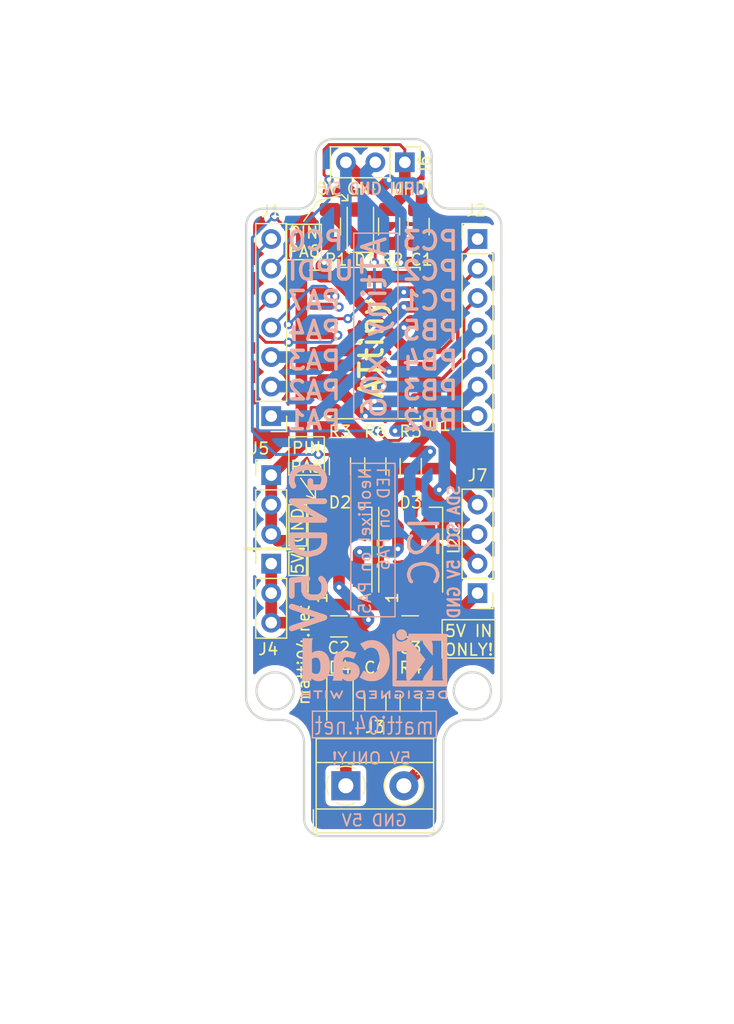
<source format=kicad_pcb>
(kicad_pcb (version 20171130) (host pcbnew "(5.1.9-0-10_14)")
  (layers (0 F.Cu signal) (31 B.Cu signal) (34 B.Paste user) (35 F.Paste user) (36 B.SilkS user) (37 F.SilkS user) (38 B.Mask user) (39 F.Mask user) (44 Edge.Cuts user))
  (net 0 "")
  (net 1 +5V)
  (net 2 GND)
  (net 3 "Net-(D1-Pad1)")
  (net 4 "Net-(D1-Pad2)")
  (net 5 "Net-(D2-Pad4)")
  (net 6 "Net-(D2-Pad2)")
  (net 7 "Net-(D3-Pad2)")
  (net 8 "Net-(D4-Pad1)")
  (net 9 /PC0)
  (net 10 /UPDI)
  (net 11 /PA7)
  (net 12 /PA4)
  (net 13 /PA3)
  (net 14 /PA2)
  (net 15 /PA1)
  (net 16 /PC3)
  (net 17 /PC2)
  (net 18 /PC1)
  (net 19 /PB5)
  (net 20 /PB4)
  (net 21 /PB3)
  (net 22 /PB2)
  (net 23 /SCL)
  (net 24 /SDA)
  (net 25 "Net-(R2-Pad2)")
  (net 26 /NeoPixel)
  (module Symbol:KiCad-Logo2_5mm_SilkScreen (layer B.Cu) (at 138.43 120.396 180)
    (fp_text reference REF** hide)
    (fp_text value KiCad-Logo2_5mm_SilkScreen hide)
  )
  (module Capacitor_SMD:C_1206_3216Metric (layer F.Cu) (at 142.24 82.755 270)
    (fp_text reference C1 (at 2.843 -0.254 180) (layer F.SilkS))
    (fp_text value 0,1µF)
    (pad 1 smd roundrect (at -1.475 0 270) (size 1.15 1.8) (layers F.Cu F.Paste F.Mask) (roundrect_rratio 0.217391) (net 1 +5V))
    (pad 2 smd roundrect (at 1.475 0 270) (size 1.15 1.8) (layers F.Cu F.Paste F.Mask) (roundrect_rratio 0.217391) (net 2 GND))
  )
  (module Capacitor_SMD:C_1206_3216Metric (layer F.Cu) (at 135.36782 117.16004 180)
    (fp_text reference C2 (at 0 -1.85) (layer F.SilkS))
    (fp_text value 0,1µF)
    (pad 2 smd roundrect (at 1.475 0 180) (size 1.15 1.8) (layers F.Cu F.Paste F.Mask) (roundrect_rratio 0.217391) (net 1 +5V))
    (pad 1 smd roundrect (at -1.475 0 180) (size 1.15 1.8) (layers F.Cu F.Paste F.Mask) (roundrect_rratio 0.217391) (net 2 GND))
  )
  (module Capacitor_SMD:C_1206_3216Metric (layer F.Cu) (at 141.51282 117.16004 180)
    (fp_text reference C3 (at 0 -1.85) (layer F.SilkS))
    (fp_text value 0,1µF)
    (pad 1 smd roundrect (at -1.475 0 180) (size 1.15 1.8) (layers F.Cu F.Paste F.Mask) (roundrect_rratio 0.217391) (net 2 GND))
    (pad 2 smd roundrect (at 1.475 0 180) (size 1.15 1.8) (layers F.Cu F.Paste F.Mask) (roundrect_rratio 0.217391) (net 1 +5V))
  )
  (module Capacitor_SMD:C_1206_3216Metric (layer F.Cu) (at 138.51382 123.71504 90)
    (fp_text reference C4 (at 2.999 0 180) (layer F.SilkS))
    (fp_text value 10µF)
    (pad 2 smd roundrect (at 1.475 0 90) (size 1.15 1.8) (layers F.Cu F.Paste F.Mask) (roundrect_rratio 0.217391) (net 2 GND))
    (pad 1 smd roundrect (at -1.475 0 90) (size 1.15 1.8) (layers F.Cu F.Paste F.Mask) (roundrect_rratio 0.217391) (net 1 +5V))
  )
  (module LED_SMD:LED_1206_3216Metric (layer F.Cu) (at 137.2235 82.68 90)
    (fp_text reference D1 (at -2.918 0.4445 180) (layer F.SilkS))
    (fp_text value LED)
    (pad 1 smd roundrect (at -1.4 0 90) (size 1.25 1.75) (layers F.Cu F.Paste F.Mask) (roundrect_rratio 0.2) (net 3 "Net-(D1-Pad1)"))
    (pad 2 smd roundrect (at 1.4 0 90) (size 1.25 1.75) (layers F.Cu F.Paste F.Mask) (roundrect_rratio 0.2) (net 4 "Net-(D1-Pad2)"))
  )
  (module LED_SMD:LED_WS2812B_PLCC4_5.0x5.0mm_P3.2mm (layer F.Cu) (at 135.46582 110.55604 90)
    (fp_text reference D2 (at 4.064 0 180) (layer F.SilkS))
    (fp_text value WS2812B)
    (fp_text user 1 (at -4.15 -1.6 90) (layer F.SilkS))
    (pad 3 smd rect (at 2.45 1.6 90) (size 1.5 1) (layers F.Cu F.Paste F.Mask) (net 2 GND))
    (pad 4 smd rect (at 2.45 -1.6 90) (size 1.5 1) (layers F.Cu F.Paste F.Mask) (net 5 "Net-(D2-Pad4)"))
    (pad 2 smd rect (at -2.45 1.6 90) (size 1.5 1) (layers F.Cu F.Paste F.Mask) (net 6 "Net-(D2-Pad2)"))
    (pad 1 smd rect (at -2.45 -1.6 90) (size 1.5 1) (layers F.Cu F.Paste F.Mask) (net 1 +5V))
  )
  (module LED_SMD:LED_WS2812B_PLCC4_5.0x5.0mm_P3.2mm (layer F.Cu) (at 141.56182 110.55604 90)
    (fp_text reference D3 (at 4.064 0 180) (layer F.SilkS))
    (fp_text value WS2812B)
    (fp_text user 1 (at -4.15 -1.6 90) (layer F.SilkS))
    (pad 1 smd rect (at -2.45 -1.6 90) (size 1.5 1) (layers F.Cu F.Paste F.Mask) (net 1 +5V))
    (pad 2 smd rect (at -2.45 1.6 90) (size 1.5 1) (layers F.Cu F.Paste F.Mask) (net 7 "Net-(D3-Pad2)"))
    (pad 4 smd rect (at 2.45 -1.6 90) (size 1.5 1) (layers F.Cu F.Paste F.Mask) (net 6 "Net-(D2-Pad2)"))
    (pad 3 smd rect (at 2.45 1.6 90) (size 1.5 1) (layers F.Cu F.Paste F.Mask) (net 2 GND))
  )
  (module LED_SMD:LED_1206_3216Metric (layer F.Cu) (at 135.46582 123.64004 270)
    (fp_text reference D4 (at -2.924 0 180) (layer F.SilkS))
    (fp_text value LED)
    (pad 2 smd roundrect (at 1.4 0 270) (size 1.25 1.75) (layers F.Cu F.Paste F.Mask) (roundrect_rratio 0.2) (net 1 +5V))
    (pad 1 smd roundrect (at -1.4 0 270) (size 1.25 1.75) (layers F.Cu F.Paste F.Mask) (roundrect_rratio 0.2) (net 8 "Net-(D4-Pad1)"))
  )
  (module Connector_PinHeader_2.54mm:PinHeader_1x07_P2.54mm_Vertical (layer F.Cu) (at 129.54 99.06 180)
    (fp_text reference J1 (at 0.02794 17.63776) (layer F.SilkS))
    (fp_text value Con_PA)
    (pad 7 thru_hole oval (at 0 15.24 180) (size 1.7 1.7) (drill 1) (layers *.Cu *.Mask) (net 9 /PC0))
    (pad 6 thru_hole oval (at 0 12.7 180) (size 1.7 1.7) (drill 1) (layers *.Cu *.Mask) (net 10 /UPDI))
    (pad 5 thru_hole oval (at 0 10.16 180) (size 1.7 1.7) (drill 1) (layers *.Cu *.Mask) (net 11 /PA7))
    (pad 4 thru_hole oval (at 0 7.62 180) (size 1.7 1.7) (drill 1) (layers *.Cu *.Mask) (net 12 /PA4))
    (pad 3 thru_hole oval (at 0 5.08 180) (size 1.7 1.7) (drill 1) (layers *.Cu *.Mask) (net 13 /PA3))
    (pad 2 thru_hole oval (at 0 2.54 180) (size 1.7 1.7) (drill 1) (layers *.Cu *.Mask) (net 14 /PA2))
    (pad 1 thru_hole rect (at 0 0 180) (size 1.7 1.7) (drill 1) (layers *.Cu *.Mask) (net 15 /PA1))
  )
  (module Connector_PinHeader_2.54mm:PinHeader_1x07_P2.54mm_Vertical (layer F.Cu) (at 147.32 83.82)
    (fp_text reference J2 (at -0.13716 -2.46634) (layer F.SilkS))
    (fp_text value Con_PB)
    (pad 1 thru_hole rect (at 0 0) (size 1.7 1.7) (drill 1) (layers *.Cu *.Mask) (net 16 /PC3))
    (pad 2 thru_hole oval (at 0 2.54) (size 1.7 1.7) (drill 1) (layers *.Cu *.Mask) (net 17 /PC2))
    (pad 3 thru_hole oval (at 0 5.08) (size 1.7 1.7) (drill 1) (layers *.Cu *.Mask) (net 18 /PC1))
    (pad 4 thru_hole oval (at 0 7.62) (size 1.7 1.7) (drill 1) (layers *.Cu *.Mask) (net 19 /PB5))
    (pad 5 thru_hole oval (at 0 10.16) (size 1.7 1.7) (drill 1) (layers *.Cu *.Mask) (net 20 /PB4))
    (pad 6 thru_hole oval (at 0 12.7) (size 1.7 1.7) (drill 1) (layers *.Cu *.Mask) (net 21 /PB3))
    (pad 7 thru_hole oval (at 0 15.24) (size 1.7 1.7) (drill 1) (layers *.Cu *.Mask) (net 22 /PB2))
  )
  (module TerminalBlock_MetzConnect:TerminalBlock_MetzConnect_Type055_RT01502HDWU_1x02_P5.00mm_Horizontal (layer F.Cu) (at 135.97382 130.87604)
    (fp_text reference J3 (at 2.5 -5.06) (layer F.SilkS))
    (fp_text value Screw)
    (pad 1 thru_hole rect (at 0 0) (size 2.5 2.5) (drill 1.3) (layers *.Cu *.Mask) (net 1 +5V))
    (pad 2 thru_hole circle (at 5 0) (size 2.5 2.5) (drill 1.3) (layers *.Cu *.Mask) (net 2 GND))
  )
  (module Connector_PinHeader_2.54mm:PinHeader_1x03_P2.54mm_Vertical (layer F.Cu) (at 129.54 111.76)
    (fp_text reference J4 (at -0.254 7.366) (layer F.SilkS))
    (fp_text value 5V)
    (pad 3 thru_hole oval (at 0 5.08) (size 1.7 1.7) (drill 1) (layers *.Cu *.Mask) (net 1 +5V))
    (pad 2 thru_hole oval (at 0 2.54) (size 1.7 1.7) (drill 1) (layers *.Cu *.Mask) (net 1 +5V))
    (pad 1 thru_hole rect (at 0 0) (size 1.7 1.7) (drill 1) (layers *.Cu *.Mask) (net 1 +5V))
  )
  (module Connector_PinHeader_2.54mm:PinHeader_1x03_P2.54mm_Vertical (layer F.Cu) (at 129.54 104.14)
    (fp_text reference J5 (at -1.016 -2.286) (layer F.SilkS))
    (fp_text value GND)
    (pad 1 thru_hole rect (at 0 0) (size 1.7 1.7) (drill 1) (layers *.Cu *.Mask) (net 2 GND))
    (pad 2 thru_hole oval (at 0 2.54) (size 1.7 1.7) (drill 1) (layers *.Cu *.Mask) (net 2 GND))
    (pad 3 thru_hole oval (at 0 5.08) (size 1.7 1.7) (drill 1) (layers *.Cu *.Mask) (net 2 GND))
  )
  (module Connector_PinHeader_2.54mm:PinHeader_1x03_P2.54mm_Vertical (layer F.Cu) (at 141.05382 77.216 270)
    (fp_text reference J6 (at 0.254 -1.69418 270) (layer F.SilkS))
    (fp_text value UPDI_Programmer)
    (pad 1 thru_hole rect (at 0 0 270) (size 1.7 1.7) (drill 1) (layers *.Cu *.Mask) (net 10 /UPDI))
    (pad 2 thru_hole oval (at 0 2.54 270) (size 1.7 1.7) (drill 1) (layers *.Cu *.Mask) (net 2 GND))
    (pad 3 thru_hole oval (at 0 5.08 270) (size 1.7 1.7) (drill 1) (layers *.Cu *.Mask) (net 1 +5V))
  )
  (module Connector_PinHeader_2.54mm:PinHeader_1x04_P2.54mm_Vertical (layer F.Cu) (at 147.32 114.3 180)
    (fp_text reference J7 (at 0 10.1346) (layer F.SilkS))
    (fp_text value IC2)
    (pad 1 thru_hole rect (at 0 0 180) (size 1.7 1.7) (drill 1) (layers *.Cu *.Mask) (net 2 GND))
    (pad 2 thru_hole oval (at 0 2.54 180) (size 1.7 1.7) (drill 1) (layers *.Cu *.Mask) (net 1 +5V))
    (pad 3 thru_hole oval (at 0 5.08 180) (size 1.7 1.7) (drill 1) (layers *.Cu *.Mask) (net 23 /SCL))
    (pad 4 thru_hole oval (at 0 7.62 180) (size 1.7 1.7) (drill 1) (layers *.Cu *.Mask) (net 24 /SDA))
  )
  (module Resistor_SMD:R_1206_3216Metric (layer F.Cu) (at 134.60222 82.7425 270)
    (fp_text reference R1 (at 2.8555 -0.52578 180) (layer F.SilkS))
    (fp_text value 330Ω)
    (pad 2 smd roundrect (at 1.4625 0 270) (size 1.125 1.75) (layers F.Cu F.Paste F.Mask) (roundrect_rratio 0.222222) (net 2 GND))
    (pad 1 smd roundrect (at -1.4625 0 270) (size 1.125 1.75) (layers F.Cu F.Paste F.Mask) (roundrect_rratio 0.222222) (net 3 "Net-(D1-Pad1)"))
  )
  (module Resistor_SMD:R_1206_3216Metric (layer F.Cu) (at 139.7 82.7425 270)
    (fp_text reference R2 (at 2.8555 -0.254 180) (layer F.SilkS))
    (fp_text value 470Ω)
    (pad 1 smd roundrect (at -1.4625 0 270) (size 1.125 1.75) (layers F.Cu F.Paste F.Mask) (roundrect_rratio 0.222222) (net 10 /UPDI))
    (pad 2 smd roundrect (at 1.4625 0 270) (size 1.125 1.75) (layers F.Cu F.Paste F.Mask) (roundrect_rratio 0.222222) (net 25 "Net-(R2-Pad2)"))
  )
  (module Resistor_SMD:R_1206_3216Metric (layer F.Cu) (at 135.46582 103.38254 90)
    (fp_text reference R3 (at 2.9865 0 180) (layer F.SilkS))
    (fp_text value 330Ω)
    (pad 1 smd roundrect (at -1.4625 0 90) (size 1.125 1.75) (layers F.Cu F.Paste F.Mask) (roundrect_rratio 0.222222) (net 5 "Net-(D2-Pad4)"))
    (pad 2 smd roundrect (at 1.4625 0 90) (size 1.125 1.75) (layers F.Cu F.Paste F.Mask) (roundrect_rratio 0.222222) (net 26 /NeoPixel))
  )
  (module Resistor_SMD:R_1206_3216Metric (layer F.Cu) (at 141.56182 123.76404 90)
    (fp_text reference R4 (at 3.048 0 180) (layer F.SilkS))
    (fp_text value 330Ω)
    (pad 2 smd roundrect (at 1.4625 0 90) (size 1.125 1.75) (layers F.Cu F.Paste F.Mask) (roundrect_rratio 0.222222) (net 2 GND))
    (pad 1 smd roundrect (at -1.4625 0 90) (size 1.125 1.75) (layers F.Cu F.Paste F.Mask) (roundrect_rratio 0.222222) (net 8 "Net-(D4-Pad1)"))
  )
  (module Resistor_SMD:R_1206_3216Metric (layer F.Cu) (at 141.56182 103.44404 90)
    (fp_text reference R5 (at 3.048 0 180) (layer F.SilkS))
    (fp_text value 10kΩ)
    (pad 1 smd roundrect (at -1.4625 0 90) (size 1.125 1.75) (layers F.Cu F.Paste F.Mask) (roundrect_rratio 0.222222) (net 1 +5V))
    (pad 2 smd roundrect (at 1.4625 0 90) (size 1.125 1.75) (layers F.Cu F.Paste F.Mask) (roundrect_rratio 0.222222) (net 23 /SCL))
  )
  (module Resistor_SMD:R_1206_3216Metric (layer F.Cu) (at 138.51382 103.38254 90)
    (fp_text reference R6 (at 2.9865 0 180) (layer F.SilkS))
    (fp_text value 10kΩ)
    (pad 2 smd roundrect (at 1.4625 0 90) (size 1.125 1.75) (layers F.Cu F.Paste F.Mask) (roundrect_rratio 0.222222) (net 24 /SDA))
    (pad 1 smd roundrect (at -1.4625 0 90) (size 1.125 1.75) (layers F.Cu F.Paste F.Mask) (roundrect_rratio 0.222222) (net 1 +5V))
  )
  (module Package_SO:SOIC-20W_7.5x12.8mm_P1.27mm (layer F.Cu) (at 138.51382 92.77604)
    (fp_text reference U1 (at 5.50418 7.04596) (layer F.SilkS))
    (fp_text value ATtiny806)
    (pad 1 smd roundrect (at -4.65 -5.715) (size 2.05 0.6) (layers F.Cu F.Paste F.Mask) (net 1 +5V))
    (pad 2 smd roundrect (at -4.65 -4.445) (size 2.05 0.6) (layers F.Cu F.Paste F.Mask) (net 12 /PA4))
    (pad 3 smd roundrect (at -4.65 -3.175) (size 2.05 0.6) (layers F.Cu F.Paste F.Mask) (net 26 /NeoPixel))
    (pad 4 smd roundrect (at -4.65 -1.905) (size 2.05 0.6) (layers F.Cu F.Paste F.Mask) (net 4 "Net-(D1-Pad2)"))
    (pad 5 smd roundrect (at -4.65 -0.635) (size 2.05 0.6) (layers F.Cu F.Paste F.Mask) (net 11 /PA7))
    (pad 6 smd roundrect (at -4.65 0.635) (size 2.05 0.6) (layers F.Cu F.Paste F.Mask) (net 19 /PB5))
    (pad 7 smd roundrect (at -4.65 1.905) (size 2.05 0.6) (layers F.Cu F.Paste F.Mask) (net 20 /PB4))
    (pad 8 smd roundrect (at -4.65 3.175) (size 2.05 0.6) (layers F.Cu F.Paste F.Mask) (net 21 /PB3))
    (pad 9 smd roundrect (at -4.65 4.445) (size 2.05 0.6) (layers F.Cu F.Paste F.Mask) (net 22 /PB2))
    (pad 10 smd roundrect (at -4.65 5.715) (size 2.05 0.6) (layers F.Cu F.Paste F.Mask) (net 24 /SDA))
    (pad 11 smd roundrect (at 4.65 5.715) (size 2.05 0.6) (layers F.Cu F.Paste F.Mask) (net 23 /SCL))
    (pad 12 smd roundrect (at 4.65 4.445) (size 2.05 0.6) (layers F.Cu F.Paste F.Mask) (net 9 /PC0))
    (pad 13 smd roundrect (at 4.65 3.175) (size 2.05 0.6) (layers F.Cu F.Paste F.Mask) (net 18 /PC1))
    (pad 14 smd roundrect (at 4.65 1.905) (size 2.05 0.6) (layers F.Cu F.Paste F.Mask) (net 17 /PC2))
    (pad 15 smd roundrect (at 4.65 0.635) (size 2.05 0.6) (layers F.Cu F.Paste F.Mask) (net 16 /PC3))
    (pad 16 smd roundrect (at 4.65 -0.635) (size 2.05 0.6) (layers F.Cu F.Paste F.Mask) (net 25 "Net-(R2-Pad2)"))
    (pad 17 smd roundrect (at 4.65 -1.905) (size 2.05 0.6) (layers F.Cu F.Paste F.Mask) (net 15 /PA1))
    (pad 18 smd roundrect (at 4.65 -3.175) (size 2.05 0.6) (layers F.Cu F.Paste F.Mask) (net 14 /PA2))
    (pad 19 smd roundrect (at 4.65 -4.445) (size 2.05 0.6) (layers F.Cu F.Paste F.Mask) (net 13 /PA3))
    (pad 20 smd roundrect (at 4.65 -5.715) (size 2.05 0.6) (layers F.Cu F.Paste F.Mask) (net 2 GND))
  )
  (gr_line (start 136.652 99.314) (end 140.462 99.314) (layer B.SilkS) (width 0.12))
  (gr_line (start 136.652 83.312) (end 136.652 99.314) (layer B.SilkS) (width 0.12))
  (gr_line (start 140.462 83.312) (end 136.652 83.312) (layer B.SilkS) (width 0.12))
  (gr_line (start 140.462 99.314) (end 140.462 83.312) (layer B.SilkS) (width 0.12))
  (gr_line (start 136.398 103.124) (end 140.208 103.124) (layer B.SilkS) (width 0.12))
  (gr_line (start 136.398 116.332) (end 136.398 103.124) (layer B.SilkS) (width 0.12))
  (gr_line (start 140.208 116.332) (end 136.398 116.332) (layer B.SilkS) (width 0.12))
  (gr_line (start 140.208 103.124) (end 140.208 116.332) (layer B.SilkS) (width 0.12))
  (gr_text "NeoPixel on PA5\nLED on PA6" (at 138.43 103.378 90) (layer B.SilkS) (effects (font (size 1 1)) (justify left mirror)))
  (gr_line (start 133.096 124.46) (end 133.096 126.746) (layer B.SilkS) (width 0.12))
  (gr_line (start 143.764 124.46) (end 133.096 124.46) (layer B.SilkS) (width 0.12))
  (gr_line (start 143.764 126.746) (end 143.764 124.46) (layer B.SilkS) (width 0.12))
  (gr_line (start 133.096 126.746) (end 143.764 126.746) (layer B.SilkS) (width 0.12))
  (gr_text matti04.net (at 132.334 119.634 90) (layer F.SilkS) (effects (font (size 1 1))))
  (gr_line (start 136.144 80.01) (end 136.144 80.518) (layer F.SilkS) (width 0.12))
  (gr_line (start 135.636 80.518) (end 136.144 80.518) (layer F.SilkS) (width 0.12))
  (gr_line (start 136.144 80.518) (end 135.636 80.518) (layer F.SilkS) (width 0.12))
  (gr_line (start 135.636 80.01) (end 136.144 80.518) (layer F.SilkS) (width 0.12))
  (gr_line (start 133.604 80.518) (end 135.636 80.01) (layer F.SilkS) (width 0.12))
  (gr_line (start 132.334 82.296) (end 133.604 80.518) (layer F.SilkS) (width 0.12))
  (gr_line (start 130.81 82.55) (end 130.81 85.598) (layer F.SilkS) (width 0.12))
  (gr_line (start 133.858 82.55) (end 130.81 82.55) (layer F.SilkS) (width 0.12))
  (gr_line (start 133.858 85.598) (end 133.858 82.55) (layer F.SilkS) (width 0.12))
  (gr_line (start 130.81 85.598) (end 133.858 85.598) (layer F.SilkS) (width 0.12))
  (gr_text "PIN\nPA6" (at 132.334 84.074) (layer F.SilkS) (effects (font (size 1 1))))
  (gr_line (start 131.064 112.776) (end 131.064 110.744) (layer F.SilkS) (width 0.12))
  (gr_line (start 132.588 112.776) (end 131.064 112.776) (layer F.SilkS) (width 0.12))
  (gr_line (start 132.588 110.744) (end 132.588 112.776) (layer F.SilkS) (width 0.12))
  (gr_line (start 131.064 110.744) (end 132.588 110.744) (layer F.SilkS) (width 0.12))
  (gr_line (start 131.064 110.236) (end 131.064 106.68) (layer F.SilkS) (width 0.12))
  (gr_line (start 132.588 110.236) (end 131.064 110.236) (layer F.SilkS) (width 0.12))
  (gr_line (start 132.588 106.68) (end 132.588 110.236) (layer F.SilkS) (width 0.12))
  (gr_line (start 131.064 106.68) (end 132.588 106.68) (layer F.SilkS) (width 0.12))
  (gr_line (start 133.35 106.172) (end 132.588 105.918) (layer F.SilkS) (width 0.12))
  (gr_line (start 133.35 105.41) (end 133.35 106.172) (layer F.SilkS) (width 0.12))
  (gr_line (start 133.35 106.172) (end 133.35 105.41) (layer F.SilkS) (width 0.12))
  (gr_line (start 132.08 104.394) (end 133.35 106.172) (layer F.SilkS) (width 0.12))
  (gr_line (start 131.064 104.14) (end 131.064 100.838) (layer F.SilkS) (width 0.12))
  (gr_line (start 134.112 104.14) (end 131.064 104.14) (layer F.SilkS) (width 0.12))
  (gr_line (start 134.112 100.838) (end 134.112 104.14) (layer F.SilkS) (width 0.12))
  (gr_line (start 131.064 100.838) (end 134.112 100.838) (layer F.SilkS) (width 0.12))
  (gr_text "PIN\nPA5" (at 132.588 102.616) (layer F.SilkS) (effects (font (size 1 1))))
  (gr_line (start 148.844 116.586) (end 148.844 119.888) (layer F.SilkS) (width 0.12))
  (gr_line (start 144.272 116.586) (end 148.844 116.586) (layer F.SilkS) (width 0.12))
  (gr_line (start 144.272 119.888) (end 144.272 116.586) (layer F.SilkS) (width 0.12))
  (gr_line (start 148.844 119.888) (end 144.272 119.888) (layer F.SilkS) (width 0.12))
  (gr_text "5V IN\nONLY!" (at 146.558 118.364) (layer F.SilkS) (effects (font (size 1 1))))
  (gr_text ATtiny (at 138.176 93.218 90) (layer F.SilkS) (effects (font (size 2 2) (thickness 0.3))))
  (gr_text "5V GND UPDI" (at 138.43 79.502) (layer F.SilkS) (effects (font (size 1 1))))
  (gr_text I2C (at 145.288 109.728 90) (layer F.SilkS) (effects (font (size 1 1))))
  (gr_line (start 127.254 110.49) (end 132.334 110.49) (layer F.SilkS) (width 0.25))
  (gr_text 5V (at 131.826 111.76 90) (layer F.SilkS) (effects (font (size 1 1))))
  (gr_text GND (at 131.826 108.458 90) (layer F.SilkS) (effects (font (size 1 1))))
  (gr_text "ATtiny x06" (at 138.43 91.44 90) (layer B.SilkS) (effects (font (size 2 2) (thickness 0.3)) (justify mirror)))
  (gr_text "PC3\nPC2\nPC1\nPB5\nPB4\nPB3\nPB2" (at 145.796 91.694) (layer B.SilkS) (effects (font (size 1.6 1.6) (thickness 0.3)) (justify left mirror)))
  (gr_text "PC0\nUPDI\nPA7\nPA4\nPA3\nPA2\nPA1" (at 130.81 91.694) (layer B.SilkS) (effects (font (size 1.6 1.6) (thickness 0.3)) (justify right mirror)))
  (gr_text "5V ONLY!" (at 138.176 128.524) (layer B.SilkS) (effects (font (size 1 1)) (justify mirror)))
  (gr_text "GND 5V" (at 138.43 133.858) (layer B.SilkS) (effects (font (size 1 1)) (justify mirror)))
  (gr_text I2C (at 142.748 110.744 90) (layer B.SilkS) (effects (font (size 2.5 2.5) (thickness 0.3)) (justify mirror)))
  (gr_text "SDA SCL 5V GND" (at 145.288 110.744 90) (layer B.SilkS) (effects (font (size 1 0.9) (thickness 0.2)) (justify mirror)))
  (gr_text GND (at 132.842 107.188 90) (layer B.SilkS) (effects (font (size 2.8 2.8) (thickness 0.5)) (justify mirror)))
  (gr_text 5V (at 132.842 115.062 90) (layer B.SilkS) (effects (font (size 2.8 2.8) (thickness 0.5)) (justify mirror)))
  (gr_text "UPDI GND 5V" (at 138.43 79.502) (layer B.SilkS) (effects (font (size 1 0.9)) (justify mirror)))
  (gr_text matti04.net (at 138.43 125.73) (layer B.SilkS) (effects (font (size 1.5 1.2)) (justify mirror)))
  (gr_line (start 128.874001 81.208) (end 131.874001 81.208) (layer Edge.Cuts) (width 0.2))
  (gr_line (start 143.373999 76.708) (end 143.373999 79.707999) (layer Edge.Cuts) (width 0.2))
  (gr_arc (start 141.874 76.708) (end 143.373999 76.708) (angle -90) (layer Edge.Cuts) (width 0.2))
  (gr_arc (start 131.874001 79.708) (end 131.874001 81.208) (angle -90) (layer Edge.Cuts) (width 0.2))
  (gr_line (start 134.874001 75.208) (end 141.873999 75.208) (layer Edge.Cuts) (width 0.2))
  (gr_line (start 144.873999 81.208) (end 147.873999 81.208) (layer Edge.Cuts) (width 0.2))
  (gr_arc (start 144.874 79.708) (end 143.373999 79.707999) (angle -90) (layer Edge.Cuts) (width 0.2))
  (gr_line (start 144.373999 127.207999) (end 144.373999 133.707999) (layer Edge.Cuts) (width 0.2))
  (gr_arc (start 146.373999 127.207999) (end 146.373999 125.207999) (angle -90) (layer Edge.Cuts) (width 0.2))
  (gr_line (start 147.373999 125.207999) (end 146.373999 125.207999) (layer Edge.Cuts) (width 0.2))
  (gr_arc (start 147.373999 123.207999) (end 147.373999 125.207999) (angle -90) (layer Edge.Cuts) (width 0.2))
  (gr_circle (center 129.874001 122.707999) (end 128.274 122.707999) (layer Edge.Cuts) (width 0.2))
  (gr_line (start 132.374001 133.707999) (end 132.374001 127.207999) (layer Edge.Cuts) (width 0.2))
  (gr_arc (start 133.874 133.707999) (end 132.374001 133.707999) (angle -90) (layer Edge.Cuts) (width 0.2))
  (gr_circle (center 146.873999 122.707999) (end 145.273999 122.707999) (layer Edge.Cuts) (width 0.2))
  (gr_line (start 127.374001 123.207999) (end 127.374 82.708) (layer Edge.Cuts) (width 0.2))
  (gr_arc (start 129.374 123.207999) (end 127.374001 123.207999) (angle -90) (layer Edge.Cuts) (width 0.2))
  (gr_line (start 142.873999 135.207999) (end 133.874 135.207999) (layer Edge.Cuts) (width 0.2))
  (gr_arc (start 142.874 133.707999) (end 142.873999 135.207999) (angle -90) (layer Edge.Cuts) (width 0.2))
  (gr_line (start 130.374001 125.207999) (end 129.374 125.207998) (layer Edge.Cuts) (width 0.2))
  (gr_arc (start 130.374001 127.207999) (end 132.374001 127.207999) (angle -90) (layer Edge.Cuts) (width 0.2))
  (gr_line (start 149.373999 82.707999) (end 149.373999 123.207999) (layer Edge.Cuts) (width 0.2))
  (gr_arc (start 147.874 82.708) (end 149.373999 82.707999) (angle -90) (layer Edge.Cuts) (width 0.2))
  (gr_arc (start 128.874 82.708) (end 128.874001 81.208) (angle -90) (layer Edge.Cuts) (width 0.2))
  (gr_line (start 133.374001 79.708) (end 133.374 76.708) (layer Edge.Cuts) (width 0.2))
  (gr_arc (start 134.874 76.708) (end 134.874001 75.208) (angle -90) (layer Edge.Cuts) (width 0.2))
  (segment (start 135.97382 125.54804) (end 135.46582 125.04004) (width 1) (layer F.Cu) (net 1))
  (segment (start 135.97382 130.87604) (end 135.97382 125.54804) (width 1) (layer F.Cu) (net 1))
  (segment (start 138.36382 125.04004) (end 138.51382 125.19004) (width 1) (layer F.Cu) (net 1))
  (segment (start 135.46582 125.04004) (end 138.36382 125.04004) (width 1) (layer F.Cu) (net 1))
  (segment (start 135.46582 125.04004) (end 132.588 122.16222) (width 1) (layer F.Cu) (net 1))
  (segment (start 132.588 118.46486) (end 133.89282 117.16004) (width 1) (layer F.Cu) (net 1))
  (segment (start 132.588 122.16222) (end 132.588 118.46486) (width 1) (layer F.Cu) (net 1))
  (segment (start 133.89282 113.03304) (end 133.86582 113.00604) (width 1) (layer F.Cu) (net 1))
  (segment (start 140.03782 113.08204) (end 139.96182 113.00604) (width 1) (layer F.Cu) (net 1))
  (segment (start 133.89282 115.28118) (end 139.91918 115.28118) (width 1) (layer F.Cu) (net 1))
  (segment (start 140.03782 115.39982) (end 140.03782 113.08204) (width 1) (layer F.Cu) (net 1))
  (segment (start 140.03782 117.16004) (end 140.03782 115.39982) (width 1) (layer F.Cu) (net 1))
  (segment (start 139.91918 115.28118) (end 140.03782 115.39982) (width 1) (layer F.Cu) (net 1))
  (segment (start 133.89282 117.16004) (end 133.89282 115.28118) (width 1) (layer F.Cu) (net 1))
  (segment (start 133.89282 115.28118) (end 133.89282 113.03304) (width 1) (layer F.Cu) (net 1))
  (segment (start 138.761819 111.806039) (end 139.96182 113.00604) (width 1) (layer F.Cu) (net 1))
  (segment (start 138.761819 106.796039) (end 138.761819 111.806039) (width 1) (layer F.Cu) (net 1))
  (segment (start 140.651318 104.90654) (end 138.761819 106.796039) (width 1) (layer F.Cu) (net 1))
  (segment (start 141.56182 104.90654) (end 140.651318 104.90654) (width 1) (layer F.Cu) (net 1))
  (segment (start 129.54 116.84) (end 129.54 114.3) (width 1) (layer F.Cu) (net 1))
  (segment (start 129.54 111.76) (end 129.54 114.3) (width 1) (layer F.Cu) (net 1))
  (segment (start 130.96314 116.84) (end 132.588 118.46486) (width 1) (layer F.Cu) (net 1))
  (segment (start 129.54 116.84) (end 130.96314 116.84) (width 1) (layer F.Cu) (net 1))
  (segment (start 142.43682 104.90654) (end 141.56182 104.90654) (width 1) (layer F.Cu) (net 1))
  (segment (start 144.361821 108.801821) (end 144.361821 106.831541) (width 1) (layer F.Cu) (net 1))
  (segment (start 147.32 111.76) (end 144.361821 108.801821) (width 1) (layer F.Cu) (net 1))
  (segment (start 138.51382 106.54804) (end 138.761819 106.796039) (width 1) (layer F.Cu) (net 1))
  (segment (start 138.51382 104.84504) (end 138.51382 106.54804) (width 1) (layer F.Cu) (net 1))
  (via (at 144.018 105.41) (size 0.8) (drill 0.4) (layers F.Cu B.Cu) (net 1))
  (segment (start 144.361821 106.831541) (end 143.73314 106.20286) (width 1) (layer F.Cu) (net 1))
  (segment (start 143.73314 105.69486) (end 144.018 105.41) (width 1) (layer F.Cu) (net 1))
  (segment (start 143.73314 106.20286) (end 143.73314 105.69486) (width 1) (layer F.Cu) (net 1))
  (segment (start 143.73314 106.20286) (end 142.43682 104.90654) (width 1) (layer F.Cu) (net 1))
  (via (at 140.208 100.33) (size 0.8) (drill 0.4) (layers F.Cu B.Cu) (net 1))
  (segment (start 144.456009 101.610939) (end 143.17507 100.33) (width 1) (layer B.Cu) (net 1))
  (segment (start 143.17507 100.33) (end 140.208 100.33) (width 1) (layer B.Cu) (net 1))
  (segment (start 144.456009 104.971991) (end 144.456009 101.610939) (width 1) (layer B.Cu) (net 1))
  (segment (start 144.018 105.41) (end 144.456009 104.971991) (width 1) (layer B.Cu) (net 1))
  (segment (start 134.89397 87.06104) (end 133.86382 87.06104) (width 1) (layer F.Cu) (net 1))
  (segment (start 140.900009 93.067079) (end 134.89397 87.06104) (width 1) (layer F.Cu) (net 1))
  (segment (start 140.900009 99.637991) (end 140.900009 93.067079) (width 1) (layer F.Cu) (net 1))
  (segment (start 140.208 100.33) (end 140.900009 99.637991) (width 1) (layer F.Cu) (net 1))
  (segment (start 135.97382 77.216) (end 138.25982 79.502) (width 1) (layer F.Cu) (net 1))
  (via (at 142.494 79.756) (size 0.8) (drill 0.4) (layers F.Cu B.Cu) (net 1))
  (segment (start 142.24 79.502) (end 142.494 79.756) (width 1) (layer B.Cu) (net 1))
  (segment (start 142.494 81.026) (end 142.24 81.28) (width 1) (layer F.Cu) (net 1))
  (segment (start 142.494 79.756) (end 142.494 81.026) (width 1) (layer F.Cu) (net 1))
  (via (at 134.112 85.852) (size 0.8) (drill 0.4) (layers F.Cu B.Cu) (net 1))
  (segment (start 133.86382 86.10018) (end 134.112 85.852) (width 1) (layer F.Cu) (net 1))
  (segment (start 133.86382 87.06104) (end 133.86382 86.10018) (width 1) (layer F.Cu) (net 1))
  (segment (start 138.938 79.502) (end 139.7 78.74) (width 1) (layer F.Cu) (net 1))
  (via (at 139.7 78.74) (size 0.8) (drill 0.4) (layers F.Cu B.Cu) (net 1))
  (segment (start 138.25982 79.502) (end 138.938 79.502) (width 1) (layer F.Cu) (net 1))
  (segment (start 139.7 78.74) (end 139.954 78.994) (width 1) (layer B.Cu) (net 1))
  (segment (start 141.732 78.994) (end 142.494 79.756) (width 1) (layer B.Cu) (net 1))
  (segment (start 139.954 78.994) (end 141.732 78.994) (width 1) (layer B.Cu) (net 1))
  (segment (start 135.97382 83.99018) (end 135.97382 77.216) (width 1) (layer B.Cu) (net 1))
  (segment (start 134.112 85.852) (end 135.97382 83.99018) (width 1) (layer B.Cu) (net 1))
  (segment (start 138.57532 122.30154) (end 138.51382 122.24004) (width 1) (layer F.Cu) (net 2))
  (segment (start 141.56182 122.30154) (end 138.57532 122.30154) (width 1) (layer F.Cu) (net 2))
  (segment (start 142.98782 120.87554) (end 141.56182 122.30154) (width 1) (layer F.Cu) (net 2))
  (segment (start 142.98782 117.16004) (end 142.98782 120.87554) (width 1) (layer F.Cu) (net 2))
  (segment (start 136.84282 117.16004) (end 138.684 119.00122) (width 1) (layer F.Cu) (net 2))
  (segment (start 138.684 122.06986) (end 138.51382 122.24004) (width 1) (layer F.Cu) (net 2))
  (segment (start 138.684 119.00122) (end 138.684 122.06986) (width 1) (layer F.Cu) (net 2))
  (segment (start 143.13683 128.71303) (end 140.97382 130.87604) (width 1) (layer F.Cu) (net 2))
  (segment (start 143.13683 123.87655) (end 143.13683 128.71303) (width 1) (layer F.Cu) (net 2))
  (segment (start 141.56182 122.30154) (end 143.13683 123.87655) (width 1) (layer F.Cu) (net 2))
  (segment (start 144.45996 117.16004) (end 147.32 114.3) (width 1) (layer F.Cu) (net 2))
  (segment (start 142.98782 117.16004) (end 144.45996 117.16004) (width 1) (layer F.Cu) (net 2))
  (segment (start 141.961819 109.306041) (end 143.16182 108.10604) (width 1) (layer F.Cu) (net 2))
  (segment (start 141.961819 116.134039) (end 141.961819 109.306041) (width 1) (layer F.Cu) (net 2))
  (segment (start 142.98782 117.16004) (end 141.961819 116.134039) (width 1) (layer F.Cu) (net 2))
  (via (at 135.382 113.792) (size 0.8) (drill 0.4) (layers F.Cu B.Cu) (net 2))
  (segment (start 135.382 109.78986) (end 135.382 113.792) (width 1) (layer F.Cu) (net 2))
  (segment (start 137.06582 108.10604) (end 135.382 109.78986) (width 1) (layer F.Cu) (net 2))
  (via (at 137.922 116.586) (size 0.8) (drill 0.4) (layers F.Cu B.Cu) (net 2))
  (segment (start 137.34796 117.16004) (end 137.922 116.586) (width 1) (layer F.Cu) (net 2))
  (segment (start 136.84282 117.16004) (end 137.34796 117.16004) (width 1) (layer F.Cu) (net 2))
  (segment (start 137.922 116.332) (end 135.382 113.792) (width 1) (layer B.Cu) (net 2))
  (segment (start 137.922 116.586) (end 137.922 116.332) (width 1) (layer B.Cu) (net 2))
  (segment (start 129.54 104.14) (end 129.54 106.68) (width 1) (layer F.Cu) (net 2))
  (segment (start 129.54 106.68) (end 129.54 109.22) (width 1) (layer F.Cu) (net 2))
  (segment (start 130.10986 109.78986) (end 135.382 109.78986) (width 1) (layer F.Cu) (net 2))
  (segment (start 129.54 109.22) (end 130.10986 109.78986) (width 1) (layer F.Cu) (net 2))
  (segment (start 132.13881 101.54119) (end 132.13881 85.79341) (width 1) (layer F.Cu) (net 2))
  (segment (start 133.72722 84.205) (end 134.60222 84.205) (width 1) (layer F.Cu) (net 2))
  (segment (start 132.13881 85.79341) (end 133.72722 84.205) (width 1) (layer F.Cu) (net 2))
  (segment (start 129.54 104.14) (end 132.13881 101.54119) (width 1) (layer F.Cu) (net 2))
  (segment (start 142.24 86.13722) (end 143.16382 87.06104) (width 1) (layer F.Cu) (net 2))
  (segment (start 142.24 84.23) (end 142.24 86.13722) (width 1) (layer F.Cu) (net 2))
  (segment (start 137.45826 87.06104) (end 134.60222 84.205) (width 1) (layer F.Cu) (net 2))
  (segment (start 143.16382 87.06104) (end 137.45826 87.06104) (width 1) (layer F.Cu) (net 2))
  (via (at 140.716 85.852) (size 0.8) (drill 0.4) (layers F.Cu B.Cu) (net 2))
  (segment (start 141.95478 85.852) (end 142.24 86.13722) (width 1) (layer F.Cu) (net 2))
  (segment (start 140.716 85.852) (end 141.95478 85.852) (width 1) (layer F.Cu) (net 2))
  (segment (start 137.663821 78.065999) (end 137.663821 78.481821) (width 1) (layer B.Cu) (net 2))
  (segment (start 138.51382 77.216) (end 137.663821 78.065999) (width 1) (layer B.Cu) (net 2))
  (segment (start 140.716 81.534) (end 140.716 85.852) (width 1) (layer B.Cu) (net 2))
  (segment (start 137.663821 78.481821) (end 140.716 81.534) (width 1) (layer B.Cu) (net 2))
  (segment (start 134.60222 81.45872) (end 137.2235 84.08) (width 1) (layer F.Cu) (net 3))
  (segment (start 134.60222 81.28) (end 134.60222 81.45872) (width 1) (layer F.Cu) (net 3))
  (segment (start 138.49999 82.55649) (end 138.49999 85.27401) (width 0.25) (layer F.Cu) (net 4))
  (segment (start 137.2235 81.28) (end 138.49999 82.55649) (width 0.25) (layer F.Cu) (net 4))
  (via (at 138.43 85.852) (size 0.8) (drill 0.4) (layers F.Cu B.Cu) (net 4))
  (segment (start 138.49999 85.78201) (end 138.43 85.852) (width 0.25) (layer F.Cu) (net 4))
  (segment (start 138.49999 85.27401) (end 138.49999 85.78201) (width 0.25) (layer F.Cu) (net 4))
  (segment (start 138.43 88.392) (end 136.144 90.678) (width 0.25) (layer B.Cu) (net 4))
  (via (at 136.144 90.678) (size 0.8) (drill 0.4) (layers F.Cu B.Cu) (net 4))
  (segment (start 138.43 85.852) (end 138.43 88.392) (width 0.25) (layer B.Cu) (net 4))
  (segment (start 134.05686 90.678) (end 133.86382 90.87104) (width 0.25) (layer F.Cu) (net 4))
  (segment (start 136.144 90.678) (end 134.05686 90.678) (width 0.25) (layer F.Cu) (net 4))
  (segment (start 135.46582 106.50604) (end 133.86582 108.10604) (width 1) (layer F.Cu) (net 5))
  (segment (start 135.46582 104.84504) (end 135.46582 106.50604) (width 1) (layer F.Cu) (net 5))
  (via (at 137.16 110.744) (size 0.8) (drill 0.4) (layers F.Cu B.Cu) (net 6))
  (segment (start 137.06582 110.83818) (end 137.16 110.744) (width 1) (layer F.Cu) (net 6))
  (segment (start 137.06582 113.00604) (end 137.06582 110.83818) (width 1) (layer F.Cu) (net 6))
  (via (at 140.462 110.49) (size 0.8) (drill 0.4) (layers F.Cu B.Cu) (net 6))
  (segment (start 140.208 110.744) (end 140.462 110.49) (width 1) (layer B.Cu) (net 6))
  (segment (start 137.16 110.744) (end 140.208 110.744) (width 1) (layer B.Cu) (net 6))
  (segment (start 140.462 108.60622) (end 139.96182 108.10604) (width 1) (layer F.Cu) (net 6))
  (segment (start 140.462 110.49) (end 140.462 108.60622) (width 1) (layer F.Cu) (net 6))
  (segment (start 140.42531 124.09003) (end 137.31581 124.09003) (width 0.5) (layer F.Cu) (net 8))
  (segment (start 137.31581 124.09003) (end 135.46582 122.24004) (width 0.5) (layer F.Cu) (net 8))
  (segment (start 141.56182 125.22654) (end 140.42531 124.09003) (width 0.5) (layer F.Cu) (net 8))
  (via (at 138.684 100.33) (size 0.8) (drill 0.4) (layers F.Cu B.Cu) (net 9))
  (segment (start 139.509009 101.155009) (end 138.684 100.33) (width 0.25) (layer F.Cu) (net 9))
  (segment (start 141.725018 99.979722) (end 140.549731 101.155009) (width 0.25) (layer F.Cu) (net 9))
  (segment (start 141.725019 97.288981) (end 141.725018 99.979722) (width 0.25) (layer F.Cu) (net 9))
  (segment (start 140.549731 101.155009) (end 139.509009 101.155009) (width 0.25) (layer F.Cu) (net 9))
  (segment (start 141.79296 97.22104) (end 141.725019 97.288981) (width 0.25) (layer F.Cu) (net 9))
  (segment (start 143.16382 97.22104) (end 141.79296 97.22104) (width 0.25) (layer F.Cu) (net 9))
  (segment (start 128.364999 84.995001) (end 129.54 83.82) (width 0.25) (layer B.Cu) (net 9))
  (segment (start 128.364999 100.170001) (end 128.364999 84.995001) (width 0.25) (layer B.Cu) (net 9))
  (segment (start 128.524998 100.33) (end 128.364999 100.170001) (width 0.25) (layer B.Cu) (net 9))
  (segment (start 138.684 100.33) (end 128.524998 100.33) (width 0.25) (layer B.Cu) (net 9))
  (segment (start 141.05382 79.92618) (end 139.7 81.28) (width 1) (layer F.Cu) (net 10))
  (segment (start 141.05382 77.216) (end 141.05382 79.92618) (width 1) (layer F.Cu) (net 10))
  (segment (start 139.7 81.28) (end 140.2625 80.7175) (width 0.5) (layer F.Cu) (net 10))
  (segment (start 140.62982 75.692) (end 134.524238 75.692) (width 0.25) (layer F.Cu) (net 10))
  (segment (start 141.05382 76.116) (end 140.62982 75.692) (width 0.25) (layer F.Cu) (net 10))
  (segment (start 141.05382 77.216) (end 141.05382 76.116) (width 0.25) (layer F.Cu) (net 10))
  (segment (start 134.524238 75.692) (end 134.09364 76.122598) (width 0.25) (layer F.Cu) (net 10))
  (via (at 134.524009 78.703) (size 0.8) (drill 0.4) (layers F.Cu B.Cu) (net 10))
  (segment (start 134.09364 78.272631) (end 134.524009 78.703) (width 0.25) (layer F.Cu) (net 10))
  (segment (start 134.09364 76.122598) (end 134.09364 78.272631) (width 0.25) (layer F.Cu) (net 10))
  (segment (start 130.715001 85.184999) (end 129.54 86.36) (width 0.25) (layer B.Cu) (net 10))
  (segment (start 130.715001 84.234971) (end 130.715001 85.184999) (width 0.25) (layer B.Cu) (net 10))
  (segment (start 134.524009 80.425963) (end 130.715001 84.234971) (width 0.25) (layer B.Cu) (net 10))
  (segment (start 134.524009 78.703) (end 134.524009 80.425963) (width 0.25) (layer B.Cu) (net 10))
  (via (at 131.03881 92.71) (size 0.8) (drill 0.4) (layers F.Cu B.Cu) (net 11))
  (via (at 135.279647 92.099647) (size 0.8) (drill 0.4) (layers F.Cu B.Cu) (net 11))
  (segment (start 134.669294 92.71) (end 135.279647 92.099647) (width 0.25) (layer B.Cu) (net 11))
  (segment (start 131.03881 92.71) (end 134.669294 92.71) (width 0.25) (layer B.Cu) (net 11))
  (segment (start 133.905213 92.099647) (end 133.86382 92.14104) (width 0.25) (layer F.Cu) (net 11))
  (segment (start 135.279647 92.099647) (end 133.905213 92.099647) (width 0.25) (layer F.Cu) (net 11))
  (segment (start 128.364999 90.075001) (end 129.54 88.9) (width 0.25) (layer F.Cu) (net 11))
  (segment (start 129.070998 92.71) (end 128.364999 92.004001) (width 0.25) (layer F.Cu) (net 11))
  (segment (start 128.364999 92.004001) (end 128.364999 90.075001) (width 0.25) (layer F.Cu) (net 11))
  (segment (start 131.03881 92.71) (end 129.070998 92.71) (width 0.25) (layer F.Cu) (net 11))
  (segment (start 134.467364 88.33104) (end 133.86382 88.33104) (width 0.5) (layer F.Cu) (net 12))
  (segment (start 129.605354 91.374646) (end 129.54 91.44) (width 0.25) (layer B.Cu) (net 12))
  (segment (start 134.55904 88.33104) (end 133.86382 88.33104) (width 0.25) (layer F.Cu) (net 12))
  (via (at 135.025647 88.748353) (size 0.8) (drill 0.4) (layers F.Cu B.Cu) (net 12))
  (segment (start 134.608334 88.33104) (end 135.025647 88.748353) (width 0.25) (layer F.Cu) (net 12))
  (segment (start 133.86382 88.33104) (end 134.608334 88.33104) (width 0.25) (layer F.Cu) (net 12))
  (segment (start 135.025647 88.748353) (end 134.161294 87.884) (width 0.25) (layer B.Cu) (net 12))
  (segment (start 133.096 87.884) (end 129.54 91.44) (width 0.25) (layer B.Cu) (net 12))
  (segment (start 134.161294 87.884) (end 133.096 87.884) (width 0.25) (layer B.Cu) (net 12))
  (segment (start 129.54 93.98) (end 135.03586 93.98) (width 1) (layer B.Cu) (net 13))
  (via (at 140.97 88.392) (size 0.8) (drill 0.4) (layers F.Cu B.Cu) (net 13))
  (segment (start 140.54293 88.392) (end 140.97 88.392) (width 1) (layer B.Cu) (net 13))
  (segment (start 135.03586 93.89907) (end 140.54293 88.392) (width 1) (layer B.Cu) (net 13))
  (segment (start 135.03586 93.98) (end 135.03586 93.89907) (width 1) (layer B.Cu) (net 13))
  (segment (start 143.10286 88.392) (end 143.16382 88.33104) (width 1) (layer F.Cu) (net 13))
  (segment (start 140.97 88.392) (end 143.10286 88.392) (width 1) (layer F.Cu) (net 13))
  (segment (start 129.54 96.52) (end 134.19293 96.52) (width 1) (layer B.Cu) (net 14))
  (via (at 140.97 89.662) (size 0.8) (drill 0.4) (layers F.Cu B.Cu) (net 14))
  (segment (start 140.97 89.74293) (end 140.97 89.662) (width 1) (layer B.Cu) (net 14))
  (segment (start 134.19293 96.52) (end 140.97 89.74293) (width 1) (layer B.Cu) (net 14))
  (segment (start 143.10286 89.662) (end 143.16382 89.60104) (width 1) (layer F.Cu) (net 14))
  (segment (start 140.97 89.662) (end 143.10286 89.662) (width 1) (layer F.Cu) (net 14))
  (via (at 140.97 91.44) (size 0.8) (drill 0.4) (layers F.Cu B.Cu) (net 15))
  (segment (start 133.35 99.06) (end 140.97 91.44) (width 1) (layer B.Cu) (net 15))
  (segment (start 129.54 99.06) (end 133.35 99.06) (width 1) (layer B.Cu) (net 15))
  (segment (start 141.53896 90.87104) (end 143.16382 90.87104) (width 1) (layer F.Cu) (net 15))
  (segment (start 140.97 91.44) (end 141.53896 90.87104) (width 1) (layer F.Cu) (net 15))
  (segment (start 145.119979 92.479881) (end 144.18882 93.41104) (width 0.3) (layer F.Cu) (net 16))
  (segment (start 145.119979 86.020021) (end 145.119979 92.479881) (width 0.3) (layer F.Cu) (net 16))
  (segment (start 144.18882 93.41104) (end 143.16382 93.41104) (width 0.3) (layer F.Cu) (net 16))
  (segment (start 147.32 83.82) (end 145.119979 86.020021) (width 0.3) (layer F.Cu) (net 16))
  (segment (start 144.18882 94.68104) (end 143.16382 94.68104) (width 0.3) (layer F.Cu) (net 17))
  (segment (start 145.619989 88.060011) (end 145.619989 93.249871) (width 0.3) (layer F.Cu) (net 17))
  (segment (start 145.619989 93.249871) (end 144.18882 94.68104) (width 0.3) (layer F.Cu) (net 17))
  (segment (start 147.32 86.36) (end 145.619989 88.060011) (width 0.3) (layer F.Cu) (net 17))
  (segment (start 144.18882 95.95104) (end 143.16382 95.95104) (width 0.3) (layer F.Cu) (net 18))
  (segment (start 146.119999 94.019861) (end 144.18882 95.95104) (width 0.3) (layer F.Cu) (net 18))
  (segment (start 146.119999 90.100001) (end 146.119999 94.019861) (width 0.3) (layer F.Cu) (net 18))
  (segment (start 147.32 88.9) (end 146.119999 90.100001) (width 0.3) (layer F.Cu) (net 18))
  (via (at 139.7 95.25) (size 0.8) (drill 0.4) (layers F.Cu B.Cu) (net 19))
  (segment (start 137.86104 93.41104) (end 139.7 95.25) (width 1) (layer F.Cu) (net 19))
  (segment (start 133.86382 93.41104) (end 137.86104 93.41104) (width 1) (layer F.Cu) (net 19))
  (segment (start 143.51 95.25) (end 147.32 91.44) (width 1) (layer B.Cu) (net 19))
  (segment (start 139.7 95.25) (end 143.51 95.25) (width 1) (layer B.Cu) (net 19))
  (segment (start 137.35304 94.68104) (end 139.192 96.52) (width 1) (layer F.Cu) (net 20))
  (via (at 139.192 96.52) (size 0.8) (drill 0.4) (layers F.Cu B.Cu) (net 20))
  (segment (start 133.86382 94.68104) (end 137.35304 94.68104) (width 1) (layer F.Cu) (net 20))
  (segment (start 144.78 96.52) (end 147.32 93.98) (width 1) (layer B.Cu) (net 20))
  (segment (start 139.192 96.52) (end 144.78 96.52) (width 1) (layer B.Cu) (net 20))
  (via (at 138.43 97.79) (size 0.8) (drill 0.4) (layers F.Cu B.Cu) (net 21))
  (segment (start 136.59104 95.95104) (end 138.43 97.79) (width 1) (layer F.Cu) (net 21))
  (segment (start 133.86382 95.95104) (end 136.59104 95.95104) (width 1) (layer F.Cu) (net 21))
  (segment (start 146.05 97.79) (end 147.32 96.52) (width 1) (layer B.Cu) (net 21))
  (segment (start 138.43 97.79) (end 146.05 97.79) (width 1) (layer B.Cu) (net 21))
  (via (at 137.668 99.06) (size 0.8) (drill 0.4) (layers F.Cu B.Cu) (net 22))
  (segment (start 135.82904 97.22104) (end 137.668 99.06) (width 1) (layer F.Cu) (net 22))
  (segment (start 133.86382 97.22104) (end 135.82904 97.22104) (width 1) (layer F.Cu) (net 22))
  (segment (start 137.668 99.06) (end 147.32 99.06) (width 1) (layer B.Cu) (net 22))
  (via (at 143.256 102.108) (size 0.8) (drill 0.4) (layers F.Cu B.Cu) (net 23))
  (segment (start 141.68828 102.108) (end 141.56182 101.98154) (width 1) (layer F.Cu) (net 23))
  (segment (start 143.256 102.108) (end 141.68828 102.108) (width 1) (layer F.Cu) (net 23))
  (segment (start 143.16382 100.37954) (end 141.56182 101.98154) (width 1) (layer F.Cu) (net 23))
  (segment (start 143.16382 98.49104) (end 143.16382 100.37954) (width 1) (layer F.Cu) (net 23))
  (segment (start 147.32 109.22) (end 142.748 109.22) (width 1) (layer B.Cu) (net 23))
  (segment (start 142.748 109.22) (end 141.478 107.95) (width 1) (layer B.Cu) (net 23))
  (segment (start 141.478 103.886) (end 143.256 102.108) (width 1) (layer B.Cu) (net 23))
  (segment (start 141.478 107.95) (end 141.478 103.886) (width 1) (layer B.Cu) (net 23))
  (segment (start 140.17631 103.58253) (end 138.51382 101.92004) (width 1) (layer F.Cu) (net 24))
  (segment (start 144.22253 103.58253) (end 140.17631 103.58253) (width 1) (layer F.Cu) (net 24))
  (segment (start 147.32 106.68) (end 144.22253 103.58253) (width 1) (layer F.Cu) (net 24))
  (segment (start 135.08482 98.49104) (end 138.51382 101.92004) (width 1) (layer F.Cu) (net 24))
  (segment (start 133.86382 98.49104) (end 135.08482 98.49104) (width 1) (layer F.Cu) (net 24))
  (segment (start 140.57501 83.32999) (end 139.7 84.205) (width 0.25) (layer F.Cu) (net 25))
  (segment (start 143.12818 83.32999) (end 140.57501 83.32999) (width 0.25) (layer F.Cu) (net 25))
  (segment (start 144.51383 84.71564) (end 143.12818 83.32999) (width 0.25) (layer F.Cu) (net 25))
  (segment (start 144.51383 91.81603) (end 144.51383 84.71564) (width 0.25) (layer F.Cu) (net 25))
  (segment (start 144.18882 92.14104) (end 144.51383 91.81603) (width 0.25) (layer F.Cu) (net 25))
  (segment (start 143.16382 92.14104) (end 144.18882 92.14104) (width 0.25) (layer F.Cu) (net 25))
  (segment (start 133.86382 89.60104) (end 134.77298 89.60104) (width 0.25) (layer F.Cu) (net 26))
  (via (at 133.604 102.362) (size 0.8) (drill 0.4) (layers F.Cu B.Cu) (net 26))
  (segment (start 135.02386 102.362) (end 135.46582 101.92004) (width 0.25) (layer F.Cu) (net 26))
  (segment (start 133.604 102.362) (end 135.02386 102.362) (width 0.25) (layer F.Cu) (net 26))
  (via (at 135.38902 89.679999) (size 0.8) (drill 0.4) (layers F.Cu B.Cu) (net 26))
  (segment (start 133.942779 89.679999) (end 133.86382 89.60104) (width 0.25) (layer F.Cu) (net 26))
  (segment (start 135.38902 89.679999) (end 133.942779 89.679999) (width 0.25) (layer F.Cu) (net 26))
  (segment (start 129.920588 102.362) (end 133.604 102.362) (width 0.25) (layer B.Cu) (net 26))
  (segment (start 127.91499 100.356402) (end 129.920588 102.362) (width 0.25) (layer B.Cu) (net 26))
  (segment (start 129.832998 81.788) (end 127.91499 83.706008) (width 0.25) (layer B.Cu) (net 26))
  (segment (start 127.91499 83.706008) (end 127.91499 100.356402) (width 0.25) (layer B.Cu) (net 26))
  (via (at 131.03881 91.186) (size 0.8) (drill 0.4) (layers F.Cu B.Cu) (net 26))
  (segment (start 132.544811 89.679999) (end 131.03881 91.186) (width 0.25) (layer B.Cu) (net 26))
  (segment (start 135.38902 89.679999) (end 132.544811 89.679999) (width 0.25) (layer B.Cu) (net 26))
  (via (at 129.832998 81.908) (size 0.8) (drill 0.4) (layers F.Cu B.Cu) (net 26))
  (segment (start 131.03881 83.113812) (end 129.832998 81.908) (width 0.25) (layer F.Cu) (net 26))
  (segment (start 131.03881 91.186) (end 131.03881 83.113812) (width 0.25) (layer F.Cu) (net 26))
  (zone (net 0) (net_name "") (layer F.Cu) (connect_pads (clearance 0.508)) (min_thickness 0.254) (fill yes (arc_segments 32) (thermal_gap 0.508) (thermal_bridge_width 0.508))
    (polygon (pts (xy 159.512 151.384) (xy 118.618 148.59) (xy 106.172 63.754) (xy 169.418 63.246)))
  )
  (zone (net 0) (net_name "") (layer B.Cu) (connect_pads (clearance 0.508)) (min_thickness 0.254) (fill yes (arc_segments 32) (thermal_gap 0.508) (thermal_bridge_width 0.508))
    (polygon (pts (xy 154.94 145.542) (xy 122.682 143.256) (xy 115.062 70.866) (xy 161.544 68.58)))
  )
)
</source>
